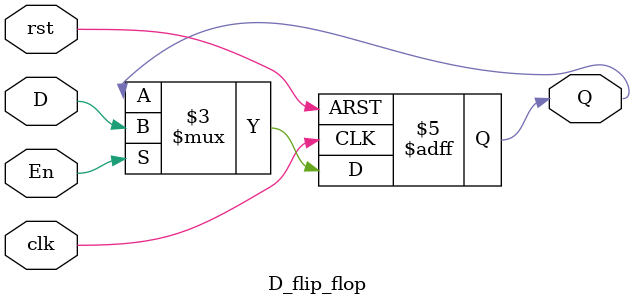
<source format=sv>
module decoder_3to8(
		input  logic [2:0] W,
		input  logic En, 
		output logic [7:0] Y
); 
decoder_2to4		Bottom(.En(~W[2]), .In(W[1:0]), .Q(Y[3:0]));
decoder_2to4		Top   (.En(W[2]),  .In(W[1:0]), .Q(Y[7:4]));
endmodule 

//----------------------------------------------------------------------------------------------
//----------------------------------------------------------------------------------------------

module decoder_2to4(
		input  logic En,
		input  logic [1:0] In,
		output logic [3:0] Q
);
wire logic A, B;
assign A = In[1];
assign B = In[0];

assign Q[0] = En & ~A & ~B;
assign Q[1] = En & ~A &  B;
assign Q[2] = En &  A & ~B;
assign Q[3] = En &  A &  B;
endmodule


//---------------------------------------------------------------------------------------------
//---------------------------------------------------------------------------------------------

module Register_9bit(
		input  logic [8:0] D,
		input  logic En, clk, reset, // reset is active LOW
		output logic [8:0] Q
);

D_flip_flop			Q0(.clk(clk), .En(En), .rst(reset), .D(D[0]), .Q(Q[0]));
D_flip_flop			Q1(.clk(clk), .En(En), .rst(reset), .D(D[1]), .Q(Q[1]));
D_flip_flop			Q2(.clk(clk), .En(En), .rst(reset), .D(D[2]), .Q(Q[2]));
D_flip_flop			Q3(.clk(clk), .En(En), .rst(reset), .D(D[3]), .Q(Q[3]));
D_flip_flop			Q4(.clk(clk), .En(En), .rst(reset), .D(D[4]), .Q(Q[4]));
D_flip_flop			Q5(.clk(clk), .En(En), .rst(reset), .D(D[5]), .Q(Q[5]));
D_flip_flop			Q6(.clk(clk), .En(En), .rst(reset), .D(D[6]), .Q(Q[6]));
D_flip_flop			Q7(.clk(clk), .En(En), .rst(reset), .D(D[7]), .Q(Q[7]));
D_flip_flop			Q8(.clk(clk), .En(En), .rst(reset), .D(D[8]), .Q(Q[8]));
endmodule


module D_flip_flop(
		input  logic D, rst, clk, En,
		output logic Q
);

always_ff@(posedge clk, negedge rst) begin
		if(!rst)			Q  <=  0;
		else if(En)		Q  <=  D;
end
endmodule













/*


module dec3to8(
		input  logic [2:0] W,
		input  logic En, 
		output logic [7:0] Y
); 

always @(W or En) begin 
	if (En == 1) 
		case (W) 
				3'b000: Y = 8'b00000001;
				3'b001: Y = 8'b00000010;
				3'b010: Y = 8'b00000100;
				3'b011: Y = 8'b00001000;
				3'b100: Y = 8'b00010000;
				3'b101: Y = 8'b00100000;
				3'b110: Y = 8'b01000000;
				3'b111: Y = 8'b10000000;
		endcase 
	else Y = 8'b00000000;
end 
endmodule 


module Register_9bit #(parameter n = 9)(
		input  logic [n-1:0] D,
		input  logic En, clk,
		output logic [n-1:0] Q
);

always_ff@(posedge clk) 
		if (En) Q <= D; 
endmodule



*/









</source>
